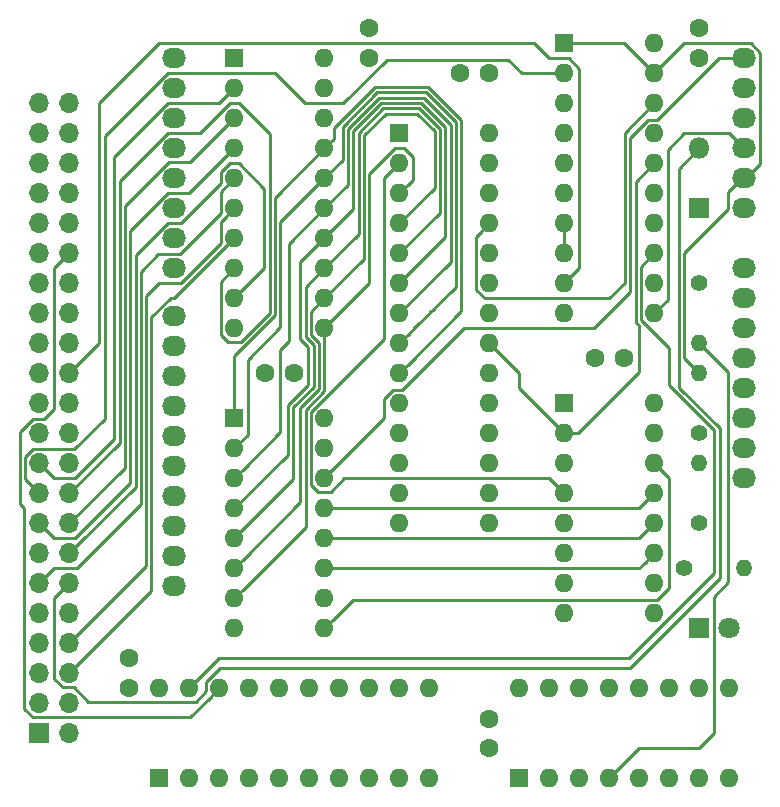
<source format=gbr>
G04 #@! TF.GenerationSoftware,KiCad,Pcbnew,(5.1.2)-2*
G04 #@! TF.CreationDate,2020-02-02T16:06:22+13:00*
G04 #@! TF.ProjectId,APEDSK-AU,41504544-534b-42d4-9155-2e6b69636164,rev?*
G04 #@! TF.SameCoordinates,Original*
G04 #@! TF.FileFunction,Copper,L3,Inr*
G04 #@! TF.FilePolarity,Positive*
%FSLAX46Y46*%
G04 Gerber Fmt 4.6, Leading zero omitted, Abs format (unit mm)*
G04 Created by KiCad (PCBNEW (5.1.2)-2) date 2020-02-02 16:06:22*
%MOMM*%
%LPD*%
G04 APERTURE LIST*
%ADD10O,1.400000X1.400000*%
%ADD11C,1.400000*%
%ADD12O,1.800000X1.800000*%
%ADD13R,1.800000X1.800000*%
%ADD14O,1.600000X1.600000*%
%ADD15R,1.600000X1.600000*%
%ADD16O,1.700000X1.700000*%
%ADD17R,1.700000X1.700000*%
%ADD18C,1.600000*%
%ADD19O,2.032000X1.727200*%
%ADD20C,1.800000*%
%ADD21C,0.250000*%
G04 APERTURE END LIST*
D10*
X171958000Y-116205000D03*
D11*
X166878000Y-116205000D03*
D10*
X168148000Y-107315000D03*
D11*
X168148000Y-112395000D03*
D10*
X168148000Y-99695000D03*
D11*
X168148000Y-104775000D03*
D10*
X168148000Y-97155000D03*
D11*
X168148000Y-92075000D03*
D12*
X168148000Y-80645000D03*
D13*
X168148000Y-85725000D03*
D14*
X152908000Y-126365000D03*
X170688000Y-133985000D03*
X155448000Y-126365000D03*
X168148000Y-133985000D03*
X157988000Y-126365000D03*
X165608000Y-133985000D03*
X160528000Y-126365000D03*
X163068000Y-133985000D03*
X163068000Y-126365000D03*
X160528000Y-133985000D03*
X165608000Y-126365000D03*
X157988000Y-133985000D03*
X168148000Y-126365000D03*
X155448000Y-133985000D03*
X170688000Y-126365000D03*
D15*
X152908000Y-133985000D03*
D16*
X114808000Y-76835000D03*
X112268000Y-76835000D03*
X114808000Y-79375000D03*
X112268000Y-79375000D03*
X114808000Y-81915000D03*
X112268000Y-81915000D03*
X114808000Y-84455000D03*
X112268000Y-84455000D03*
X114808000Y-86995000D03*
X112268000Y-86995000D03*
X114808000Y-89535000D03*
X112268000Y-89535000D03*
X114808000Y-92075000D03*
X112268000Y-92075000D03*
X114808000Y-94615000D03*
X112268000Y-94615000D03*
X114808000Y-97155000D03*
X112268000Y-97155000D03*
X114808000Y-99695000D03*
X112268000Y-99695000D03*
X114808000Y-102235000D03*
X112268000Y-102235000D03*
X114808000Y-104775000D03*
X112268000Y-104775000D03*
X114808000Y-107315000D03*
X112268000Y-107315000D03*
X114808000Y-109855000D03*
X112268000Y-109855000D03*
X114808000Y-112395000D03*
X112268000Y-112395000D03*
X114808000Y-114935000D03*
X112268000Y-114935000D03*
X114808000Y-117475000D03*
X112268000Y-117475000D03*
X114808000Y-120015000D03*
X112268000Y-120015000D03*
X114808000Y-122555000D03*
X112268000Y-122555000D03*
X114808000Y-125095000D03*
X112268000Y-125095000D03*
X114808000Y-127635000D03*
X112268000Y-127635000D03*
X114808000Y-130175000D03*
D17*
X112268000Y-130175000D03*
D14*
X122428000Y-126365000D03*
X145288000Y-133985000D03*
X124968000Y-126365000D03*
X142748000Y-133985000D03*
X127508000Y-126365000D03*
X140208000Y-133985000D03*
X130048000Y-126365000D03*
X137668000Y-133985000D03*
X132588000Y-126365000D03*
X135128000Y-133985000D03*
X135128000Y-126365000D03*
X132588000Y-133985000D03*
X137668000Y-126365000D03*
X130048000Y-133985000D03*
X140208000Y-126365000D03*
X127508000Y-133985000D03*
X142748000Y-126365000D03*
X124968000Y-133985000D03*
X145288000Y-126365000D03*
D15*
X122428000Y-133985000D03*
D18*
X119888000Y-123825000D03*
X119888000Y-126325000D03*
D14*
X136398000Y-73025000D03*
X128778000Y-95885000D03*
X136398000Y-75565000D03*
X128778000Y-93345000D03*
X136398000Y-78105000D03*
X128778000Y-90805000D03*
X136398000Y-80645000D03*
X128778000Y-88265000D03*
X136398000Y-83185000D03*
X128778000Y-85725000D03*
X136398000Y-85725000D03*
X128778000Y-83185000D03*
X136398000Y-88265000D03*
X128778000Y-80645000D03*
X136398000Y-90805000D03*
X128778000Y-78105000D03*
X136398000Y-93345000D03*
X128778000Y-75565000D03*
X136398000Y-95885000D03*
D15*
X128778000Y-73025000D03*
D14*
X136398000Y-103505000D03*
X128778000Y-121285000D03*
X136398000Y-106045000D03*
X128778000Y-118745000D03*
X136398000Y-108585000D03*
X128778000Y-116205000D03*
X136398000Y-111125000D03*
X128778000Y-113665000D03*
X136398000Y-113665000D03*
X128778000Y-111125000D03*
X136398000Y-116205000D03*
X128778000Y-108585000D03*
X136398000Y-118745000D03*
X128778000Y-106045000D03*
X136398000Y-121285000D03*
D15*
X128778000Y-103505000D03*
D19*
X123698000Y-90805000D03*
X123698000Y-88265000D03*
X123698000Y-85725000D03*
X123698000Y-83185000D03*
X123698000Y-80645000D03*
X123698000Y-78105000D03*
X123698000Y-75565000D03*
X123698000Y-73025000D03*
D14*
X150368000Y-79375000D03*
X142748000Y-112395000D03*
X150368000Y-81915000D03*
X142748000Y-109855000D03*
X150368000Y-84455000D03*
X142748000Y-107315000D03*
X150368000Y-86995000D03*
X142748000Y-104775000D03*
X150368000Y-89535000D03*
X142748000Y-102235000D03*
X150368000Y-92075000D03*
X142748000Y-99695000D03*
X150368000Y-94615000D03*
X142748000Y-97155000D03*
X150368000Y-97155000D03*
X142748000Y-94615000D03*
X150368000Y-99695000D03*
X142748000Y-92075000D03*
X150368000Y-102235000D03*
X142748000Y-89535000D03*
X150368000Y-104775000D03*
X142748000Y-86995000D03*
X150368000Y-107315000D03*
X142748000Y-84455000D03*
X150368000Y-109855000D03*
X142748000Y-81915000D03*
X150368000Y-112395000D03*
D15*
X142748000Y-79375000D03*
D14*
X164338000Y-102235000D03*
X156718000Y-120015000D03*
X164338000Y-104775000D03*
X156718000Y-117475000D03*
X164338000Y-107315000D03*
X156718000Y-114935000D03*
X164338000Y-109855000D03*
X156718000Y-112395000D03*
X164338000Y-112395000D03*
X156718000Y-109855000D03*
X164338000Y-114935000D03*
X156718000Y-107315000D03*
X164338000Y-117475000D03*
X156718000Y-104775000D03*
X164338000Y-120015000D03*
D15*
X156718000Y-102235000D03*
D14*
X164338000Y-71755000D03*
X156718000Y-94615000D03*
X164338000Y-74295000D03*
X156718000Y-92075000D03*
X164338000Y-76835000D03*
X156718000Y-89535000D03*
X164338000Y-79375000D03*
X156718000Y-86995000D03*
X164338000Y-81915000D03*
X156718000Y-84455000D03*
X164338000Y-84455000D03*
X156718000Y-81915000D03*
X164338000Y-86995000D03*
X156718000Y-79375000D03*
X164338000Y-89535000D03*
X156718000Y-76835000D03*
X164338000Y-92075000D03*
X156718000Y-74295000D03*
X164338000Y-94615000D03*
D15*
X156718000Y-71755000D03*
D20*
X170688000Y-121285000D03*
D13*
X168148000Y-121285000D03*
D18*
X150368000Y-128945000D03*
X150368000Y-131445000D03*
X161798000Y-98425000D03*
X159298000Y-98425000D03*
X168148000Y-70485000D03*
X168148000Y-72985000D03*
X147868000Y-74295000D03*
X150368000Y-74295000D03*
X140208000Y-70485000D03*
X140208000Y-72985000D03*
X131358000Y-99695000D03*
X133858000Y-99695000D03*
D19*
X171958000Y-108585000D03*
X171958000Y-106045000D03*
X171958000Y-103505000D03*
X171958000Y-100965000D03*
X171958000Y-98425000D03*
X171958000Y-95885000D03*
X171958000Y-93345000D03*
X171958000Y-90805000D03*
X171958000Y-85725000D03*
X171958000Y-83185000D03*
X171958000Y-80645000D03*
X171958000Y-78105000D03*
X171958000Y-75565000D03*
X171958000Y-73025000D03*
X123698000Y-117729000D03*
X123698000Y-115189000D03*
X123698000Y-112649000D03*
X123698000Y-110109000D03*
X123698000Y-107569000D03*
X123698000Y-105029000D03*
X123698000Y-102489000D03*
X123698000Y-99949000D03*
X123698000Y-97409000D03*
X123698000Y-94869000D03*
D21*
X139667999Y-70669999D02*
X140748001Y-70669999D01*
X125062999Y-128810001D02*
X126708001Y-127164999D01*
X114808000Y-89535000D02*
X113538000Y-90805000D01*
X113538000Y-90805000D02*
X113538000Y-102704002D01*
X113538000Y-102704002D02*
X112642003Y-103599999D01*
X112642003Y-103599999D02*
X111703999Y-103599999D01*
X110998000Y-128104002D02*
X111703999Y-128810001D01*
X126708001Y-127164999D02*
X127508000Y-126365000D01*
X111703999Y-128810001D02*
X125062999Y-128810001D01*
X110998000Y-111761411D02*
X110998000Y-112395000D01*
X110998000Y-112395000D02*
X110998000Y-128104002D01*
X110642988Y-104661010D02*
X110642988Y-110769988D01*
X111703999Y-103599999D02*
X110642988Y-104661010D01*
X110998000Y-111125000D02*
X110998000Y-112395000D01*
X110642988Y-110769988D02*
X110998000Y-111125000D01*
X156718000Y-86995000D02*
X156718000Y-89535000D01*
X117348000Y-76835000D02*
X117348000Y-97155000D01*
X122428000Y-71755000D02*
X117348000Y-76835000D01*
X157988000Y-90805000D02*
X157988000Y-73899998D01*
X156718000Y-92075000D02*
X157988000Y-90805000D01*
X157988000Y-73899998D02*
X157113002Y-73025000D01*
X155448000Y-73025000D02*
X154178000Y-71755000D01*
X117348000Y-97155000D02*
X114808000Y-99695000D01*
X157113002Y-73025000D02*
X155448000Y-73025000D01*
X154178000Y-71755000D02*
X122428000Y-71755000D01*
X119068011Y-83441641D02*
X119068011Y-105594989D01*
X125842998Y-79375000D02*
X123134652Y-79375000D01*
X128382998Y-76835000D02*
X125842998Y-79375000D01*
X129173002Y-76835000D02*
X128382998Y-76835000D01*
X131768011Y-79430009D02*
X129173002Y-76835000D01*
X123134652Y-79375000D02*
X119068011Y-83441641D01*
X128778000Y-90805000D02*
X127652999Y-91930001D01*
X127652999Y-91930001D02*
X127652999Y-96425001D01*
X127652999Y-96425001D02*
X128237999Y-97010001D01*
X128237999Y-97010001D02*
X129318001Y-97010001D01*
X119068011Y-105594989D02*
X114808000Y-109855000D01*
X129318001Y-97010001D02*
X131768011Y-94559991D01*
X131768011Y-94559991D02*
X131768011Y-79430009D01*
X111092999Y-108679999D02*
X112268000Y-109855000D01*
X111092999Y-106750999D02*
X111092999Y-108679999D01*
X117798011Y-103523991D02*
X115182003Y-106139999D01*
X117798011Y-79631641D02*
X117798011Y-103523991D01*
X115182003Y-106139999D02*
X111703999Y-106139999D01*
X123134652Y-74295000D02*
X117798011Y-79631641D01*
X111703999Y-106139999D02*
X111092999Y-106750999D01*
X153105501Y-74295000D02*
X151980500Y-73169999D01*
X132233002Y-74295000D02*
X123134652Y-74295000D01*
X151980500Y-73169999D02*
X141688003Y-73169999D01*
X141688003Y-73169999D02*
X138023002Y-76835000D01*
X156718000Y-74295000D02*
X153105501Y-74295000D01*
X138023002Y-76835000D02*
X134773002Y-76835000D01*
X134773002Y-76835000D02*
X132233002Y-74295000D01*
X115657999Y-114085001D02*
X114808000Y-114935000D01*
X123134652Y-86995000D02*
X120418044Y-89711608D01*
X124261348Y-86995000D02*
X123134652Y-86995000D01*
X127652999Y-83603349D02*
X124261348Y-86995000D01*
X129173002Y-81915000D02*
X128382998Y-81915000D01*
X128382998Y-81915000D02*
X127652999Y-82644999D01*
X131318000Y-90805000D02*
X131318000Y-84059998D01*
X128778000Y-93345000D02*
X131318000Y-90805000D01*
X131318000Y-84059998D02*
X129173002Y-81915000D01*
X120418044Y-109324956D02*
X115657999Y-114085001D01*
X127652999Y-82644999D02*
X127652999Y-83603349D01*
X120418044Y-89711608D02*
X120418044Y-109324956D01*
X126382999Y-125824999D02*
X127563007Y-124644991D01*
X126382999Y-126615003D02*
X126382999Y-125824999D01*
X125508001Y-127490001D02*
X126382999Y-126615003D01*
X116402003Y-127490001D02*
X125508001Y-127490001D01*
X115182003Y-126270001D02*
X116402003Y-127490001D01*
X114243999Y-126270001D02*
X115182003Y-126270001D01*
X113538000Y-125564002D02*
X114243999Y-126270001D01*
X113538000Y-118745000D02*
X113538000Y-125564002D01*
X114808000Y-117475000D02*
X113538000Y-118745000D01*
X127563007Y-124644991D02*
X160978009Y-124644991D01*
X160978009Y-124644991D02*
X161373011Y-124644991D01*
X169868011Y-115754989D02*
X169868011Y-116391400D01*
X162248009Y-124644991D02*
X160978009Y-124644991D01*
X169868011Y-117024989D02*
X162248009Y-124644991D01*
X169868011Y-115754989D02*
X169868011Y-117024989D01*
X168148000Y-80645000D02*
X166427989Y-82365011D01*
X169868011Y-104341598D02*
X169868011Y-115754989D01*
X166427989Y-100901576D02*
X169868011Y-104341598D01*
X166427989Y-82365011D02*
X166427989Y-100901576D01*
X113117999Y-116625001D02*
X112268000Y-117475000D01*
X113538000Y-116205000D02*
X113117999Y-116625001D01*
X115444410Y-116205000D02*
X113538000Y-116205000D01*
X120868055Y-110781355D02*
X115444410Y-116205000D01*
X128778000Y-83185000D02*
X127652999Y-84310001D01*
X127652999Y-84310001D02*
X127652999Y-86143349D01*
X127652999Y-86143349D02*
X124179958Y-89616390D01*
X124179958Y-89616390D02*
X122346610Y-89616390D01*
X122346610Y-89616390D02*
X120868055Y-91094945D01*
X120868055Y-91094945D02*
X120868055Y-110781355D01*
X114808000Y-122555000D02*
X121318066Y-116044934D01*
X121318066Y-116044934D02*
X121318066Y-94775066D01*
X121318066Y-94775066D02*
X121322175Y-94775066D01*
X121318066Y-94775066D02*
X121318066Y-93184934D01*
X121318066Y-93184934D02*
X122428000Y-92075000D01*
X127978001Y-86524999D02*
X128778000Y-85725000D01*
X127652999Y-86850001D02*
X127978001Y-86524999D01*
X127652999Y-88683349D02*
X127652999Y-86850001D01*
X124261348Y-92075000D02*
X127652999Y-88683349D01*
X122428000Y-92075000D02*
X124261348Y-92075000D01*
X121768077Y-118134923D02*
X121768077Y-94965575D01*
X114808000Y-125095000D02*
X121768077Y-118134923D01*
X121768077Y-94965575D02*
X123388652Y-93345000D01*
X123388652Y-93345000D02*
X123698000Y-93345000D01*
X123698000Y-93345000D02*
X128778000Y-88265000D01*
X169804587Y-73025000D02*
X171958000Y-73025000D01*
X164579588Y-78249999D02*
X169804587Y-73025000D01*
X163797999Y-78249999D02*
X164579588Y-78249999D01*
X162312977Y-92830023D02*
X162312977Y-79735021D01*
X159258000Y-95885000D02*
X162312977Y-92830023D01*
X136398000Y-108585000D02*
X141478000Y-103505000D01*
X141478000Y-103505000D02*
X141478000Y-101839998D01*
X141478000Y-101839998D02*
X142207999Y-101109999D01*
X142207999Y-101109999D02*
X142998003Y-101109999D01*
X162312977Y-79735021D02*
X163797999Y-78249999D01*
X142998003Y-101109999D02*
X148223002Y-95885000D01*
X148223002Y-95885000D02*
X159258000Y-95885000D01*
X136398000Y-113665000D02*
X163068000Y-113665000D01*
X163068000Y-113665000D02*
X164338000Y-112395000D01*
X171958000Y-75565000D02*
X171805600Y-75565000D01*
X171571413Y-78105000D02*
X171958000Y-78105000D01*
X163538001Y-115734999D02*
X164338000Y-114935000D01*
X163068000Y-116205000D02*
X163538001Y-115734999D01*
X136398000Y-116205000D02*
X163068000Y-116205000D01*
X156718000Y-71755000D02*
X161798000Y-71755000D01*
X161798000Y-71755000D02*
X164338000Y-74295000D01*
X172110400Y-83185000D02*
X171958000Y-83185000D01*
X173299010Y-81996390D02*
X172110400Y-83185000D01*
X173299010Y-72532662D02*
X173299010Y-81996390D01*
X172521348Y-71755000D02*
X173299010Y-72532662D01*
X166878000Y-71755000D02*
X172521348Y-71755000D01*
X164338000Y-74295000D02*
X166878000Y-71755000D01*
X171805600Y-83185000D02*
X171958000Y-83185000D01*
X170616990Y-84373610D02*
X171805600Y-83185000D01*
X170616990Y-85796010D02*
X170616990Y-84373610D01*
X166878000Y-89535000D02*
X170616990Y-85796010D01*
X166878000Y-98425000D02*
X166878000Y-89535000D01*
X168148000Y-99695000D02*
X166878000Y-98425000D01*
X170616990Y-99623990D02*
X170616990Y-117403990D01*
X163068000Y-131445000D02*
X160528000Y-133985000D01*
X168148000Y-97155000D02*
X170616990Y-99623990D01*
X170616990Y-117403990D02*
X169418000Y-118602980D01*
X169418000Y-118602980D02*
X169418000Y-130175000D01*
X169418000Y-130175000D02*
X168148000Y-131445000D01*
X168148000Y-131445000D02*
X163068000Y-131445000D01*
X171805600Y-80645000D02*
X171958000Y-80645000D01*
X170688000Y-79375000D02*
X171958000Y-80645000D01*
X166878000Y-79375000D02*
X170688000Y-79375000D01*
X165463001Y-80789999D02*
X166878000Y-79375000D01*
X164338000Y-94615000D02*
X165463001Y-93489999D01*
X165463001Y-93489999D02*
X165463001Y-80789999D01*
X123850400Y-94869000D02*
X123698000Y-94869000D01*
X163068000Y-111125000D02*
X164338000Y-109855000D01*
X136398000Y-111125000D02*
X163068000Y-111125000D01*
X146638033Y-88184967D02*
X146638033Y-78827088D01*
X138857967Y-85805033D02*
X136398000Y-88265000D01*
X146638033Y-78827088D02*
X144621012Y-76810067D01*
X144621012Y-76810067D02*
X141218698Y-76810067D01*
X141218698Y-76810067D02*
X138857967Y-79170798D01*
X142748000Y-92075000D02*
X146638033Y-88184967D01*
X138857967Y-79170798D02*
X138857967Y-85805033D01*
X128778000Y-111125000D02*
X133327956Y-106575044D01*
X133327956Y-106575044D02*
X133327957Y-102364397D01*
X135047967Y-100644389D02*
X135047967Y-98984200D01*
X133327957Y-102364397D02*
X135047967Y-100644389D01*
X135047967Y-97472790D02*
X135047967Y-100644389D01*
X134372979Y-96797802D02*
X135047967Y-97472790D01*
X134372977Y-95129977D02*
X134372979Y-96797802D01*
X136398000Y-88265000D02*
X134372977Y-90290023D01*
X134372977Y-90290023D02*
X134372977Y-95129977D01*
X139307978Y-87895022D02*
X136398000Y-90805000D01*
X146188022Y-86094978D02*
X146188022Y-79013487D01*
X142748000Y-89535000D02*
X146188022Y-86094978D01*
X144434613Y-77260078D02*
X141405098Y-77260078D01*
X146188022Y-79013487D02*
X144434613Y-77260078D01*
X141405098Y-77260078D02*
X139307978Y-79357198D01*
X139307978Y-79357198D02*
X139307978Y-87895022D01*
X133777967Y-108665033D02*
X128778000Y-113665000D01*
X134822988Y-92380012D02*
X134822988Y-96611401D01*
X136398000Y-90805000D02*
X134822988Y-92380012D01*
X134822988Y-96611401D02*
X135497978Y-97286391D01*
X135497978Y-97286391D02*
X135497978Y-100830789D01*
X135497978Y-100830789D02*
X133777967Y-102550798D01*
X133777967Y-102550798D02*
X133777967Y-108665033D01*
X143547999Y-98895001D02*
X142748000Y-99695000D01*
X147988066Y-94454934D02*
X143547999Y-98895001D01*
X136398000Y-80645000D02*
X137197999Y-79845001D01*
X137197999Y-79845001D02*
X137197999Y-78921535D01*
X140659500Y-75460034D02*
X145180212Y-75460034D01*
X145180212Y-75460034D02*
X147988066Y-78267888D01*
X137197999Y-78921535D02*
X140659500Y-75460034D01*
X147988066Y-78267888D02*
X147988066Y-94454934D01*
X128778000Y-98186413D02*
X128778000Y-103505000D01*
X132218022Y-94746392D02*
X128778000Y-98186413D01*
X132218022Y-84824978D02*
X132218022Y-94746392D01*
X136398000Y-80645000D02*
X132218022Y-84824978D01*
X129577999Y-115405001D02*
X128778000Y-116205000D01*
X134372977Y-110610023D02*
X129577999Y-115405001D01*
X134372977Y-110212199D02*
X134372977Y-110610023D01*
X134372977Y-106800023D02*
X134372977Y-110610023D01*
X134372977Y-106800023D02*
X134372977Y-106957801D01*
X139757989Y-89985011D02*
X136398000Y-93345000D01*
X145738011Y-84004989D02*
X145738011Y-79199887D01*
X142748000Y-86995000D02*
X145738011Y-84004989D01*
X145738011Y-79199887D02*
X144248213Y-77710089D01*
X144248213Y-77710089D02*
X141591498Y-77710089D01*
X141591498Y-77710089D02*
X139757989Y-79543598D01*
X139757989Y-79543598D02*
X139757989Y-89985011D01*
X134372977Y-102592199D02*
X134372977Y-106800023D01*
X135947989Y-101017188D02*
X134372977Y-102592199D01*
X135947989Y-97099991D02*
X135947989Y-101017188D01*
X135272999Y-96425001D02*
X135947989Y-97099991D01*
X135272999Y-94470001D02*
X135272999Y-96425001D01*
X136398000Y-93345000D02*
X135272999Y-94470001D01*
X136398000Y-83185000D02*
X137957945Y-81625055D01*
X137957945Y-81625055D02*
X137957945Y-78797999D01*
X137957945Y-78797999D02*
X140845899Y-75910045D01*
X140845899Y-75910045D02*
X144993812Y-75910045D01*
X144993812Y-75910045D02*
X147538055Y-78454288D01*
X143547999Y-96355001D02*
X142748000Y-97155000D01*
X147377990Y-92525010D02*
X145288000Y-94615000D01*
X147538055Y-92364945D02*
X144018000Y-95885000D01*
X147538055Y-89824945D02*
X147538055Y-92364945D01*
X144018000Y-95885000D02*
X143547999Y-96355001D01*
X145738011Y-94164989D02*
X144018000Y-95885000D01*
X147538055Y-78454288D02*
X147538055Y-89824945D01*
X147538055Y-89824945D02*
X147538055Y-90694299D01*
X129903001Y-104919999D02*
X128778000Y-106045000D01*
X129903001Y-98572821D02*
X129903001Y-104919999D01*
X132668033Y-95807789D02*
X129903001Y-98572821D01*
X132668033Y-86914967D02*
X132668033Y-95807789D01*
X136398000Y-83185000D02*
X132668033Y-86914967D01*
X134822988Y-112700012D02*
X129577999Y-117945001D01*
X134822988Y-110398599D02*
X134822988Y-112700012D01*
X129577999Y-117945001D02*
X128778000Y-118745000D01*
X134822988Y-106350012D02*
X134822989Y-110819989D01*
X134822988Y-106350012D02*
X134822988Y-106771401D01*
X143547999Y-83655001D02*
X142748000Y-84455000D01*
X143873001Y-83329999D02*
X143547999Y-83655001D01*
X140208000Y-92075000D02*
X140208000Y-82789998D01*
X136398000Y-95885000D02*
X140208000Y-92075000D01*
X140208000Y-82789998D02*
X142352998Y-80645000D01*
X142352998Y-80645000D02*
X143143002Y-80645000D01*
X143143002Y-80645000D02*
X143873001Y-81374999D01*
X143873001Y-81374999D02*
X143873001Y-83329999D01*
X136398000Y-101203587D02*
X134822988Y-102778599D01*
X136398000Y-95885000D02*
X136398000Y-101203587D01*
X134822988Y-102778599D02*
X134822988Y-106350012D01*
X147088044Y-90274956D02*
X142748000Y-94615000D01*
X136398000Y-85725000D02*
X138407956Y-83715044D01*
X138407956Y-83715044D02*
X138407956Y-78984398D01*
X141032298Y-76360056D02*
X144807412Y-76360056D01*
X138407956Y-78984398D02*
X141032298Y-76360056D01*
X144807412Y-76360056D02*
X147088044Y-78640688D01*
X147088044Y-78640688D02*
X147088044Y-90274956D01*
X133407991Y-96965777D02*
X132668033Y-97705735D01*
X132668033Y-97705735D02*
X132668033Y-104694967D01*
X132668033Y-104694967D02*
X129577999Y-107785001D01*
X133407991Y-88715009D02*
X133407991Y-96965777D01*
X136398000Y-85725000D02*
X133407991Y-88715009D01*
X129577999Y-107785001D02*
X128778000Y-108585000D01*
X155448000Y-108585000D02*
X156718000Y-109855000D01*
X136938001Y-109710001D02*
X138063002Y-108585000D01*
X141478000Y-83185000D02*
X141478000Y-96759998D01*
X138063002Y-108585000D02*
X155448000Y-108585000D01*
X142748000Y-81915000D02*
X141478000Y-83185000D01*
X141478000Y-96759998D02*
X135272999Y-102964999D01*
X135272999Y-102964999D02*
X135272999Y-109125001D01*
X135272999Y-109125001D02*
X135857999Y-109710001D01*
X135857999Y-109710001D02*
X136938001Y-109710001D01*
X149242999Y-88120001D02*
X149568001Y-87794999D01*
X149568001Y-87794999D02*
X150368000Y-86995000D01*
X161862966Y-79310034D02*
X161862966Y-92010034D01*
X161862966Y-92010034D02*
X160528000Y-93345000D01*
X149972998Y-93345000D02*
X149242999Y-92615001D01*
X164338000Y-76835000D02*
X161862966Y-79310034D01*
X160528000Y-93345000D02*
X149972998Y-93345000D01*
X149242999Y-92615001D02*
X149242999Y-88120001D01*
X150368000Y-97155000D02*
X152908000Y-99695000D01*
X152908000Y-100965000D02*
X156718000Y-104775000D01*
X152908000Y-99695000D02*
X152908000Y-100965000D01*
X163068000Y-99556370D02*
X157849370Y-104775000D01*
X164338000Y-81915000D02*
X162762988Y-83490012D01*
X157849370Y-104775000D02*
X156718000Y-104775000D01*
X162762988Y-95341401D02*
X163068000Y-95646412D01*
X163068000Y-95646412D02*
X163068000Y-99556370D01*
X162762988Y-83490012D02*
X162762988Y-95341401D01*
X137197999Y-120485001D02*
X136398000Y-121285000D01*
X138793001Y-118889999D02*
X137197999Y-120485001D01*
X164588003Y-118889999D02*
X138793001Y-118889999D01*
X165608000Y-117870002D02*
X164588003Y-118889999D01*
X165608000Y-108585000D02*
X165608000Y-117870002D01*
X164338000Y-107315000D02*
X165608000Y-108585000D01*
X127508000Y-76835000D02*
X128778000Y-75565000D01*
X123134652Y-76835000D02*
X127508000Y-76835000D01*
X118618000Y-81351652D02*
X123134652Y-76835000D01*
X118618000Y-105244002D02*
X118618000Y-81351652D01*
X112268000Y-107315000D02*
X113538000Y-108585000D01*
X115277002Y-108585000D02*
X118618000Y-105244002D01*
X113538000Y-108585000D02*
X115277002Y-108585000D01*
X119518022Y-107684978D02*
X114808000Y-112395000D01*
X119518022Y-85531630D02*
X119518022Y-107684978D01*
X123216042Y-81833610D02*
X119518022Y-85531630D01*
X125049390Y-81833610D02*
X123216042Y-81833610D01*
X128778000Y-78105000D02*
X125049390Y-81833610D01*
X113117999Y-113244999D02*
X112268000Y-112395000D01*
X128778000Y-80645000D02*
X124968000Y-84455000D01*
X124968000Y-84455000D02*
X123134652Y-84455000D01*
X123134652Y-84455000D02*
X119968033Y-87621619D01*
X119968033Y-87621619D02*
X119968033Y-108973969D01*
X119968033Y-108973969D02*
X115277002Y-113665000D01*
X113538000Y-113665000D02*
X113117999Y-113244999D01*
X115277002Y-113665000D02*
X113538000Y-113665000D01*
X127508000Y-123825000D02*
X124968000Y-126365000D01*
X169418000Y-116600002D02*
X162193002Y-123825000D01*
X163212999Y-90660001D02*
X163212999Y-95155001D01*
X164338000Y-89535000D02*
X163212999Y-90660001D01*
X163212999Y-95155001D02*
X165608000Y-97550002D01*
X165608000Y-97550002D02*
X165608000Y-100717998D01*
X162193002Y-123825000D02*
X127508000Y-123825000D01*
X165608000Y-100717998D02*
X169418000Y-104527998D01*
X169418000Y-104527998D02*
X169418000Y-116600002D01*
M02*

</source>
